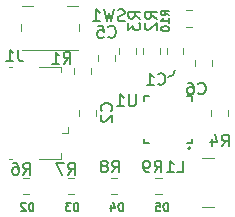
<source format=gbr>
G04 #@! TF.GenerationSoftware,KiCad,Pcbnew,(5.0.2)-1*
G04 #@! TF.CreationDate,2019-05-05T23:42:23+01:00*
G04 #@! TF.ProjectId,power-bank-upgrade,706f7765-722d-4626-916e-6b2d75706772,rev?*
G04 #@! TF.SameCoordinates,Original*
G04 #@! TF.FileFunction,Legend,Bot*
G04 #@! TF.FilePolarity,Positive*
%FSLAX46Y46*%
G04 Gerber Fmt 4.6, Leading zero omitted, Abs format (unit mm)*
G04 Created by KiCad (PCBNEW (5.0.2)-1) date 05/05/2019 23:42:23*
%MOMM*%
%LPD*%
G01*
G04 APERTURE LIST*
%ADD10C,0.200000*%
%ADD11C,0.120000*%
%ADD12C,0.150000*%
G04 APERTURE END LIST*
D10*
X34200000Y-177800000D02*
X34400000Y-177400000D01*
X33800000Y-178000000D02*
X34200000Y-177800000D01*
D11*
G04 #@! TO.C,L1*
X36705000Y-189000000D02*
X37695000Y-189000000D01*
X36705000Y-184800000D02*
X37695000Y-184800000D01*
G04 #@! TO.C,R9*
X33258578Y-187910000D02*
X32741422Y-187910000D01*
X33258578Y-186490000D02*
X32741422Y-186490000D01*
G04 #@! TO.C,SW1*
X25225000Y-171950000D02*
X26150000Y-171950000D01*
X21350000Y-174075000D02*
X21350000Y-173525000D01*
X26250000Y-174075000D02*
X26250000Y-173525000D01*
X21450000Y-175650000D02*
X26150000Y-175650000D01*
X21450000Y-171950000D02*
X22375000Y-171950000D01*
G04 #@! TO.C,C1*
X35110000Y-176058578D02*
X35110000Y-175541422D01*
X33690000Y-176058578D02*
X33690000Y-175541422D01*
G04 #@! TO.C,C2*
X26290000Y-181258578D02*
X26290000Y-180741422D01*
X27710000Y-181258578D02*
X27710000Y-180741422D01*
G04 #@! TO.C,C5*
X27890000Y-176658578D02*
X27890000Y-176141422D01*
X29310000Y-176658578D02*
X29310000Y-176141422D01*
G04 #@! TO.C,C6*
X36090000Y-177058578D02*
X36090000Y-176541422D01*
X37510000Y-177058578D02*
X37510000Y-176541422D01*
G04 #@! TO.C,J1*
X24762500Y-184900000D02*
X24762500Y-184450000D01*
X22912500Y-184900000D02*
X24762500Y-184900000D01*
X20362500Y-177100000D02*
X20612500Y-177100000D01*
X20362500Y-184900000D02*
X20612500Y-184900000D01*
X22912500Y-177100000D02*
X24762500Y-177100000D01*
X24762500Y-177100000D02*
X24762500Y-177550000D01*
X25312500Y-182700000D02*
X25312500Y-182250000D01*
X25312500Y-182700000D02*
X24862500Y-182700000D01*
G04 #@! TO.C,R1*
X25890000Y-177721078D02*
X25890000Y-177203922D01*
X27310000Y-177721078D02*
X27310000Y-177203922D01*
G04 #@! TO.C,R2*
X33110000Y-176058578D02*
X33110000Y-175541422D01*
X31690000Y-176058578D02*
X31690000Y-175541422D01*
G04 #@! TO.C,R3*
X31110000Y-176058578D02*
X31110000Y-175541422D01*
X29690000Y-176058578D02*
X29690000Y-175541422D01*
G04 #@! TO.C,R4*
X38910000Y-180741422D02*
X38910000Y-181258578D01*
X37490000Y-180741422D02*
X37490000Y-181258578D01*
G04 #@! TO.C,R6*
X22058578Y-186490000D02*
X21541422Y-186490000D01*
X22058578Y-187910000D02*
X21541422Y-187910000D01*
G04 #@! TO.C,R7*
X25858578Y-187910000D02*
X25341422Y-187910000D01*
X25858578Y-186490000D02*
X25341422Y-186490000D01*
G04 #@! TO.C,R8*
X29458578Y-186490000D02*
X28941422Y-186490000D01*
X29458578Y-187910000D02*
X28941422Y-187910000D01*
G04 #@! TO.C,R10*
X35858578Y-173710000D02*
X35341422Y-173710000D01*
X35858578Y-172290000D02*
X35341422Y-172290000D01*
D12*
G04 #@! TO.C,U1*
X35400000Y-183600000D02*
X35800000Y-183600000D01*
X35800000Y-183600000D02*
X35800000Y-183200000D01*
X35800000Y-180000000D02*
X35800000Y-179600000D01*
X35800000Y-179600000D02*
X35400000Y-179600000D01*
X32200000Y-179600000D02*
X31800000Y-179600000D01*
X31800000Y-179600000D02*
X31800000Y-180000000D01*
X31800000Y-183200000D02*
X31800000Y-183600000D01*
X31800000Y-183600000D02*
X32200000Y-183600000D01*
D10*
X35700000Y-184000000D02*
G75*
G03X35700000Y-184000000I-100000J0D01*
G01*
G04 #@! TO.C,L1*
D12*
X34566666Y-186052380D02*
X35042857Y-186052380D01*
X35042857Y-185052380D01*
X33709523Y-186052380D02*
X34280952Y-186052380D01*
X33995238Y-186052380D02*
X33995238Y-185052380D01*
X34090476Y-185195238D01*
X34185714Y-185290476D01*
X34280952Y-185338095D01*
G04 #@! TO.C,R9*
X32666666Y-186052380D02*
X33000000Y-185576190D01*
X33238095Y-186052380D02*
X33238095Y-185052380D01*
X32857142Y-185052380D01*
X32761904Y-185100000D01*
X32714285Y-185147619D01*
X32666666Y-185242857D01*
X32666666Y-185385714D01*
X32714285Y-185480952D01*
X32761904Y-185528571D01*
X32857142Y-185576190D01*
X33238095Y-185576190D01*
X32190476Y-186052380D02*
X32000000Y-186052380D01*
X31904761Y-186004761D01*
X31857142Y-185957142D01*
X31761904Y-185814285D01*
X31714285Y-185623809D01*
X31714285Y-185242857D01*
X31761904Y-185147619D01*
X31809523Y-185100000D01*
X31904761Y-185052380D01*
X32095238Y-185052380D01*
X32190476Y-185100000D01*
X32238095Y-185147619D01*
X32285714Y-185242857D01*
X32285714Y-185480952D01*
X32238095Y-185576190D01*
X32190476Y-185623809D01*
X32095238Y-185671428D01*
X31904761Y-185671428D01*
X31809523Y-185623809D01*
X31761904Y-185576190D01*
X31714285Y-185480952D01*
G04 #@! TO.C,D2*
X22416666Y-189316666D02*
X22416666Y-188616666D01*
X22250000Y-188616666D01*
X22150000Y-188650000D01*
X22083333Y-188716666D01*
X22050000Y-188783333D01*
X22016666Y-188916666D01*
X22016666Y-189016666D01*
X22050000Y-189150000D01*
X22083333Y-189216666D01*
X22150000Y-189283333D01*
X22250000Y-189316666D01*
X22416666Y-189316666D01*
X21750000Y-188683333D02*
X21716666Y-188650000D01*
X21650000Y-188616666D01*
X21483333Y-188616666D01*
X21416666Y-188650000D01*
X21383333Y-188683333D01*
X21350000Y-188750000D01*
X21350000Y-188816666D01*
X21383333Y-188916666D01*
X21783333Y-189316666D01*
X21350000Y-189316666D01*
G04 #@! TO.C,D3*
X26216666Y-189316666D02*
X26216666Y-188616666D01*
X26050000Y-188616666D01*
X25950000Y-188650000D01*
X25883333Y-188716666D01*
X25850000Y-188783333D01*
X25816666Y-188916666D01*
X25816666Y-189016666D01*
X25850000Y-189150000D01*
X25883333Y-189216666D01*
X25950000Y-189283333D01*
X26050000Y-189316666D01*
X26216666Y-189316666D01*
X25583333Y-188616666D02*
X25150000Y-188616666D01*
X25383333Y-188883333D01*
X25283333Y-188883333D01*
X25216666Y-188916666D01*
X25183333Y-188950000D01*
X25150000Y-189016666D01*
X25150000Y-189183333D01*
X25183333Y-189250000D01*
X25216666Y-189283333D01*
X25283333Y-189316666D01*
X25483333Y-189316666D01*
X25550000Y-189283333D01*
X25583333Y-189250000D01*
G04 #@! TO.C,D5*
X33816666Y-189316666D02*
X33816666Y-188616666D01*
X33650000Y-188616666D01*
X33550000Y-188650000D01*
X33483333Y-188716666D01*
X33450000Y-188783333D01*
X33416666Y-188916666D01*
X33416666Y-189016666D01*
X33450000Y-189150000D01*
X33483333Y-189216666D01*
X33550000Y-189283333D01*
X33650000Y-189316666D01*
X33816666Y-189316666D01*
X32783333Y-188616666D02*
X33116666Y-188616666D01*
X33150000Y-188950000D01*
X33116666Y-188916666D01*
X33050000Y-188883333D01*
X32883333Y-188883333D01*
X32816666Y-188916666D01*
X32783333Y-188950000D01*
X32750000Y-189016666D01*
X32750000Y-189183333D01*
X32783333Y-189250000D01*
X32816666Y-189283333D01*
X32883333Y-189316666D01*
X33050000Y-189316666D01*
X33116666Y-189283333D01*
X33150000Y-189250000D01*
G04 #@! TO.C,D4*
X30016666Y-189316666D02*
X30016666Y-188616666D01*
X29850000Y-188616666D01*
X29750000Y-188650000D01*
X29683333Y-188716666D01*
X29650000Y-188783333D01*
X29616666Y-188916666D01*
X29616666Y-189016666D01*
X29650000Y-189150000D01*
X29683333Y-189216666D01*
X29750000Y-189283333D01*
X29850000Y-189316666D01*
X30016666Y-189316666D01*
X29016666Y-188850000D02*
X29016666Y-189316666D01*
X29183333Y-188583333D02*
X29350000Y-189083333D01*
X28916666Y-189083333D01*
G04 #@! TO.C,SW1*
X30133333Y-173204761D02*
X29990476Y-173252380D01*
X29752380Y-173252380D01*
X29657142Y-173204761D01*
X29609523Y-173157142D01*
X29561904Y-173061904D01*
X29561904Y-172966666D01*
X29609523Y-172871428D01*
X29657142Y-172823809D01*
X29752380Y-172776190D01*
X29942857Y-172728571D01*
X30038095Y-172680952D01*
X30085714Y-172633333D01*
X30133333Y-172538095D01*
X30133333Y-172442857D01*
X30085714Y-172347619D01*
X30038095Y-172300000D01*
X29942857Y-172252380D01*
X29704761Y-172252380D01*
X29561904Y-172300000D01*
X29228571Y-172252380D02*
X28990476Y-173252380D01*
X28800000Y-172538095D01*
X28609523Y-173252380D01*
X28371428Y-172252380D01*
X27466666Y-173252380D02*
X28038095Y-173252380D01*
X27752380Y-173252380D02*
X27752380Y-172252380D01*
X27847619Y-172395238D01*
X27942857Y-172490476D01*
X28038095Y-172538095D01*
G04 #@! TO.C,C1*
X32966666Y-178557142D02*
X33014285Y-178604761D01*
X33157142Y-178652380D01*
X33252380Y-178652380D01*
X33395238Y-178604761D01*
X33490476Y-178509523D01*
X33538095Y-178414285D01*
X33585714Y-178223809D01*
X33585714Y-178080952D01*
X33538095Y-177890476D01*
X33490476Y-177795238D01*
X33395238Y-177700000D01*
X33252380Y-177652380D01*
X33157142Y-177652380D01*
X33014285Y-177700000D01*
X32966666Y-177747619D01*
X32014285Y-178652380D02*
X32585714Y-178652380D01*
X32300000Y-178652380D02*
X32300000Y-177652380D01*
X32395238Y-177795238D01*
X32490476Y-177890476D01*
X32585714Y-177938095D01*
G04 #@! TO.C,C2*
X29007142Y-180833333D02*
X29054761Y-180785714D01*
X29102380Y-180642857D01*
X29102380Y-180547619D01*
X29054761Y-180404761D01*
X28959523Y-180309523D01*
X28864285Y-180261904D01*
X28673809Y-180214285D01*
X28530952Y-180214285D01*
X28340476Y-180261904D01*
X28245238Y-180309523D01*
X28150000Y-180404761D01*
X28102380Y-180547619D01*
X28102380Y-180642857D01*
X28150000Y-180785714D01*
X28197619Y-180833333D01*
X28197619Y-181214285D02*
X28150000Y-181261904D01*
X28102380Y-181357142D01*
X28102380Y-181595238D01*
X28150000Y-181690476D01*
X28197619Y-181738095D01*
X28292857Y-181785714D01*
X28388095Y-181785714D01*
X28530952Y-181738095D01*
X29102380Y-181166666D01*
X29102380Y-181785714D01*
G04 #@! TO.C,C5*
X28766666Y-174557142D02*
X28814285Y-174604761D01*
X28957142Y-174652380D01*
X29052380Y-174652380D01*
X29195238Y-174604761D01*
X29290476Y-174509523D01*
X29338095Y-174414285D01*
X29385714Y-174223809D01*
X29385714Y-174080952D01*
X29338095Y-173890476D01*
X29290476Y-173795238D01*
X29195238Y-173700000D01*
X29052380Y-173652380D01*
X28957142Y-173652380D01*
X28814285Y-173700000D01*
X28766666Y-173747619D01*
X27861904Y-173652380D02*
X28338095Y-173652380D01*
X28385714Y-174128571D01*
X28338095Y-174080952D01*
X28242857Y-174033333D01*
X28004761Y-174033333D01*
X27909523Y-174080952D01*
X27861904Y-174128571D01*
X27814285Y-174223809D01*
X27814285Y-174461904D01*
X27861904Y-174557142D01*
X27909523Y-174604761D01*
X28004761Y-174652380D01*
X28242857Y-174652380D01*
X28338095Y-174604761D01*
X28385714Y-174557142D01*
G04 #@! TO.C,C6*
X36366666Y-179357142D02*
X36414285Y-179404761D01*
X36557142Y-179452380D01*
X36652380Y-179452380D01*
X36795238Y-179404761D01*
X36890476Y-179309523D01*
X36938095Y-179214285D01*
X36985714Y-179023809D01*
X36985714Y-178880952D01*
X36938095Y-178690476D01*
X36890476Y-178595238D01*
X36795238Y-178500000D01*
X36652380Y-178452380D01*
X36557142Y-178452380D01*
X36414285Y-178500000D01*
X36366666Y-178547619D01*
X35509523Y-178452380D02*
X35700000Y-178452380D01*
X35795238Y-178500000D01*
X35842857Y-178547619D01*
X35938095Y-178690476D01*
X35985714Y-178880952D01*
X35985714Y-179261904D01*
X35938095Y-179357142D01*
X35890476Y-179404761D01*
X35795238Y-179452380D01*
X35604761Y-179452380D01*
X35509523Y-179404761D01*
X35461904Y-179357142D01*
X35414285Y-179261904D01*
X35414285Y-179023809D01*
X35461904Y-178928571D01*
X35509523Y-178880952D01*
X35604761Y-178833333D01*
X35795238Y-178833333D01*
X35890476Y-178880952D01*
X35938095Y-178928571D01*
X35985714Y-179023809D01*
G04 #@! TO.C,J1*
X21133333Y-175652380D02*
X21133333Y-176366666D01*
X21180952Y-176509523D01*
X21276190Y-176604761D01*
X21419047Y-176652380D01*
X21514285Y-176652380D01*
X20133333Y-176652380D02*
X20704761Y-176652380D01*
X20419047Y-176652380D02*
X20419047Y-175652380D01*
X20514285Y-175795238D01*
X20609523Y-175890476D01*
X20704761Y-175938095D01*
G04 #@! TO.C,R1*
X24966666Y-176852380D02*
X25300000Y-176376190D01*
X25538095Y-176852380D02*
X25538095Y-175852380D01*
X25157142Y-175852380D01*
X25061904Y-175900000D01*
X25014285Y-175947619D01*
X24966666Y-176042857D01*
X24966666Y-176185714D01*
X25014285Y-176280952D01*
X25061904Y-176328571D01*
X25157142Y-176376190D01*
X25538095Y-176376190D01*
X24014285Y-176852380D02*
X24585714Y-176852380D01*
X24300000Y-176852380D02*
X24300000Y-175852380D01*
X24395238Y-175995238D01*
X24490476Y-176090476D01*
X24585714Y-176138095D01*
G04 #@! TO.C,R2*
X32852380Y-173033333D02*
X32376190Y-172700000D01*
X32852380Y-172461904D02*
X31852380Y-172461904D01*
X31852380Y-172842857D01*
X31900000Y-172938095D01*
X31947619Y-172985714D01*
X32042857Y-173033333D01*
X32185714Y-173033333D01*
X32280952Y-172985714D01*
X32328571Y-172938095D01*
X32376190Y-172842857D01*
X32376190Y-172461904D01*
X31947619Y-173414285D02*
X31900000Y-173461904D01*
X31852380Y-173557142D01*
X31852380Y-173795238D01*
X31900000Y-173890476D01*
X31947619Y-173938095D01*
X32042857Y-173985714D01*
X32138095Y-173985714D01*
X32280952Y-173938095D01*
X32852380Y-173366666D01*
X32852380Y-173985714D01*
G04 #@! TO.C,R3*
X31452380Y-173033333D02*
X30976190Y-172700000D01*
X31452380Y-172461904D02*
X30452380Y-172461904D01*
X30452380Y-172842857D01*
X30500000Y-172938095D01*
X30547619Y-172985714D01*
X30642857Y-173033333D01*
X30785714Y-173033333D01*
X30880952Y-172985714D01*
X30928571Y-172938095D01*
X30976190Y-172842857D01*
X30976190Y-172461904D01*
X30452380Y-173366666D02*
X30452380Y-173985714D01*
X30833333Y-173652380D01*
X30833333Y-173795238D01*
X30880952Y-173890476D01*
X30928571Y-173938095D01*
X31023809Y-173985714D01*
X31261904Y-173985714D01*
X31357142Y-173938095D01*
X31404761Y-173890476D01*
X31452380Y-173795238D01*
X31452380Y-173509523D01*
X31404761Y-173414285D01*
X31357142Y-173366666D01*
G04 #@! TO.C,R4*
X38366666Y-183852380D02*
X38700000Y-183376190D01*
X38938095Y-183852380D02*
X38938095Y-182852380D01*
X38557142Y-182852380D01*
X38461904Y-182900000D01*
X38414285Y-182947619D01*
X38366666Y-183042857D01*
X38366666Y-183185714D01*
X38414285Y-183280952D01*
X38461904Y-183328571D01*
X38557142Y-183376190D01*
X38938095Y-183376190D01*
X37509523Y-183185714D02*
X37509523Y-183852380D01*
X37747619Y-182804761D02*
X37985714Y-183519047D01*
X37366666Y-183519047D01*
G04 #@! TO.C,R6*
X21566666Y-186252380D02*
X21900000Y-185776190D01*
X22138095Y-186252380D02*
X22138095Y-185252380D01*
X21757142Y-185252380D01*
X21661904Y-185300000D01*
X21614285Y-185347619D01*
X21566666Y-185442857D01*
X21566666Y-185585714D01*
X21614285Y-185680952D01*
X21661904Y-185728571D01*
X21757142Y-185776190D01*
X22138095Y-185776190D01*
X20709523Y-185252380D02*
X20900000Y-185252380D01*
X20995238Y-185300000D01*
X21042857Y-185347619D01*
X21138095Y-185490476D01*
X21185714Y-185680952D01*
X21185714Y-186061904D01*
X21138095Y-186157142D01*
X21090476Y-186204761D01*
X20995238Y-186252380D01*
X20804761Y-186252380D01*
X20709523Y-186204761D01*
X20661904Y-186157142D01*
X20614285Y-186061904D01*
X20614285Y-185823809D01*
X20661904Y-185728571D01*
X20709523Y-185680952D01*
X20804761Y-185633333D01*
X20995238Y-185633333D01*
X21090476Y-185680952D01*
X21138095Y-185728571D01*
X21185714Y-185823809D01*
G04 #@! TO.C,R7*
X25366666Y-186252380D02*
X25700000Y-185776190D01*
X25938095Y-186252380D02*
X25938095Y-185252380D01*
X25557142Y-185252380D01*
X25461904Y-185300000D01*
X25414285Y-185347619D01*
X25366666Y-185442857D01*
X25366666Y-185585714D01*
X25414285Y-185680952D01*
X25461904Y-185728571D01*
X25557142Y-185776190D01*
X25938095Y-185776190D01*
X25033333Y-185252380D02*
X24366666Y-185252380D01*
X24795238Y-186252380D01*
G04 #@! TO.C,R8*
X29066666Y-186052380D02*
X29400000Y-185576190D01*
X29638095Y-186052380D02*
X29638095Y-185052380D01*
X29257142Y-185052380D01*
X29161904Y-185100000D01*
X29114285Y-185147619D01*
X29066666Y-185242857D01*
X29066666Y-185385714D01*
X29114285Y-185480952D01*
X29161904Y-185528571D01*
X29257142Y-185576190D01*
X29638095Y-185576190D01*
X28495238Y-185480952D02*
X28590476Y-185433333D01*
X28638095Y-185385714D01*
X28685714Y-185290476D01*
X28685714Y-185242857D01*
X28638095Y-185147619D01*
X28590476Y-185100000D01*
X28495238Y-185052380D01*
X28304761Y-185052380D01*
X28209523Y-185100000D01*
X28161904Y-185147619D01*
X28114285Y-185242857D01*
X28114285Y-185290476D01*
X28161904Y-185385714D01*
X28209523Y-185433333D01*
X28304761Y-185480952D01*
X28495238Y-185480952D01*
X28590476Y-185528571D01*
X28638095Y-185576190D01*
X28685714Y-185671428D01*
X28685714Y-185861904D01*
X28638095Y-185957142D01*
X28590476Y-186004761D01*
X28495238Y-186052380D01*
X28304761Y-186052380D01*
X28209523Y-186004761D01*
X28161904Y-185957142D01*
X28114285Y-185861904D01*
X28114285Y-185671428D01*
X28161904Y-185576190D01*
X28209523Y-185528571D01*
X28304761Y-185480952D01*
G04 #@! TO.C,R10*
X33916666Y-172750000D02*
X33583333Y-172516666D01*
X33916666Y-172350000D02*
X33216666Y-172350000D01*
X33216666Y-172616666D01*
X33250000Y-172683333D01*
X33283333Y-172716666D01*
X33350000Y-172750000D01*
X33450000Y-172750000D01*
X33516666Y-172716666D01*
X33550000Y-172683333D01*
X33583333Y-172616666D01*
X33583333Y-172350000D01*
X33916666Y-173416666D02*
X33916666Y-173016666D01*
X33916666Y-173216666D02*
X33216666Y-173216666D01*
X33316666Y-173150000D01*
X33383333Y-173083333D01*
X33416666Y-173016666D01*
X33216666Y-173850000D02*
X33216666Y-173916666D01*
X33250000Y-173983333D01*
X33283333Y-174016666D01*
X33350000Y-174050000D01*
X33483333Y-174083333D01*
X33650000Y-174083333D01*
X33783333Y-174050000D01*
X33850000Y-174016666D01*
X33883333Y-173983333D01*
X33916666Y-173916666D01*
X33916666Y-173850000D01*
X33883333Y-173783333D01*
X33850000Y-173750000D01*
X33783333Y-173716666D01*
X33650000Y-173683333D01*
X33483333Y-173683333D01*
X33350000Y-173716666D01*
X33283333Y-173750000D01*
X33250000Y-173783333D01*
X33216666Y-173850000D01*
G04 #@! TO.C,U1*
X31061904Y-179452380D02*
X31061904Y-180261904D01*
X31014285Y-180357142D01*
X30966666Y-180404761D01*
X30871428Y-180452380D01*
X30680952Y-180452380D01*
X30585714Y-180404761D01*
X30538095Y-180357142D01*
X30490476Y-180261904D01*
X30490476Y-179452380D01*
X29490476Y-180452380D02*
X30061904Y-180452380D01*
X29776190Y-180452380D02*
X29776190Y-179452380D01*
X29871428Y-179595238D01*
X29966666Y-179690476D01*
X30061904Y-179738095D01*
G04 #@! TD*
M02*

</source>
